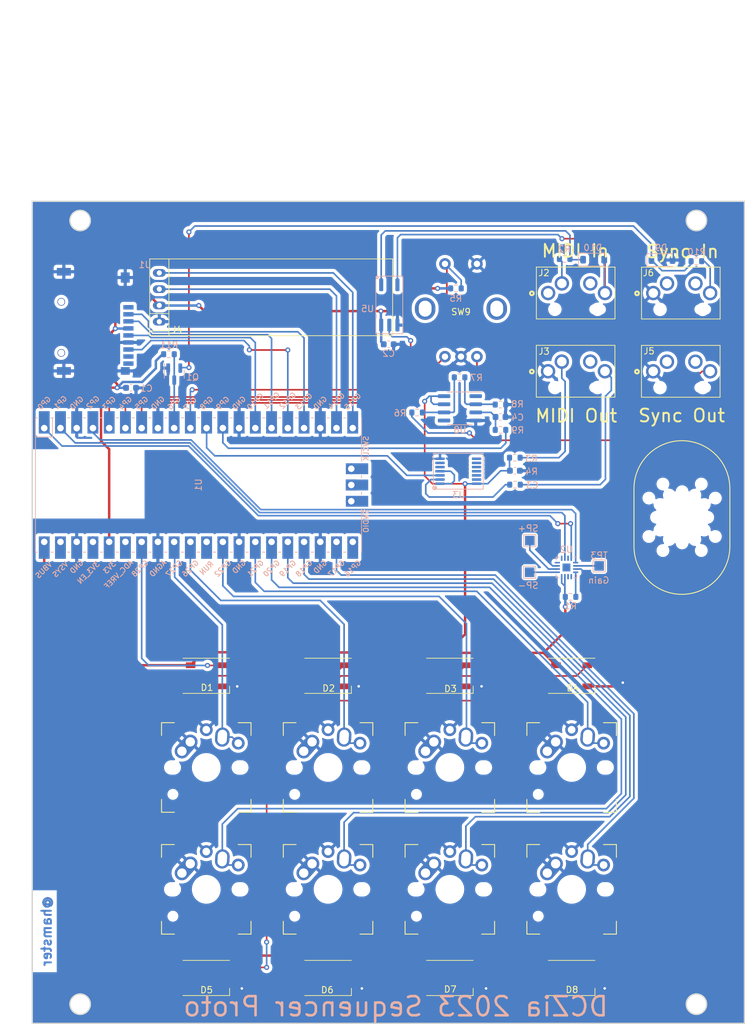
<source format=kicad_pcb>
(kicad_pcb (version 20221018) (generator pcbnew)
  (layers (0 "F.Cu" signal) (31 "B.Cu" signal) (34 "B.Paste" user) (35 "F.Paste" user) (36 "B.SilkS" user "B.Silkscreen") (37 "F.SilkS" user "F.Silkscreen") (38 "B.Mask" user) (39 "F.Mask" user) (44 "Edge.Cuts" user))
  (net 0 "")
  (net 1 "GND")
  (net 2 "+3V3")
  (net 3 "VBUS")
  (net 4 "Net-(D1-DOUT)")
  (net 5 "RGB_IN")
  (net 6 "Net-(D2-DOUT)")
  (net 7 "Net-(D3-DOUT)")
  (net 8 "Net-(D4-DOUT)")
  (net 9 "Net-(D5-DOUT)")
  (net 10 "Net-(D6-DOUT)")
  (net 11 "Net-(D7-DOUT)")
  (net 13 "Net-(D9-K)")
  (net 14 "Net-(D10-K)")
  (net 15 "Net-(D10-A)")
  (net 16 "SD_MOSI")
  (net 17 "SD_CS")
  (net 19 "SD_SCK")
  (net 20 "SD_MISO")
  (net 24 "Net-(J2-Pad3)")
  (net 26 "Net-(J3-Pad2)")
  (net 27 "Net-(J3-Pad3)")
  (net 29 "SCL")
  (net 30 "SDA")
  (net 31 "Net-(J5-Pad2)")
  (net 34 "SYNC_IN")
  (net 35 "Net-(U2-~{SD_MODE})")
  (net 36 "Net-(R4-Pad2)")
  (net 37 "ENC1_SW")
  (net 38 "Net-(R6-Pad2)")
  (net 39 "SYNC_OUT")
  (net 40 "SW1")
  (net 41 "SW2")
  (net 42 "SW3")
  (net 43 "SW4")
  (net 44 "SW5")
  (net 45 "SW6")
  (net 46 "SW7")
  (net 47 "SW8")
  (net 48 "ENC1_A")
  (net 49 "ENC1_B")
  (net 50 "Net-(U2-OUTP)")
  (net 51 "Net-(U2-OUTN)")
  (net 52 "Net-(U2-GAIN_SLOT)")
  (net 53 "I2S_BCLK")
  (net 54 "I2S_LRCLK")
  (net 55 "I2S_DIN")
  (net 56 "MIDI_OUT")
  (net 57 "MIDI_IN")
  (net 69 "Net-(U3-Pad1)")
  (net 70 "Net-(J6-Pad2)")
  (net 73 "Net-(U8-+)")
  (net 74 "Net-(U8--)")
  (footprint "lib_fp:MOLEX_47257-0001" (layer "F.Cu") (at 177.16 57.93)
    (fp_text reference "J3")
    (fp_text value "MIDI OUT")
    (fp_line (start 7.24 3.35) (end 8.24 3.35) (stroke (width 0.01)) (layer "Edge.Cuts"))
    (fp_line (start 8.24 1.75) (end 7.24 1.75) (stroke (width 0.01)) (layer "Edge.Cuts"))
    (fp_arc (start 7.24 3.35) (mid 6.44 2.55) (end 7.24 1.75) (stroke (width 0.01)) (layer "Edge.Cuts"))
    (fp_arc (start 8.24 1.75) (mid 9.04 2.55) (end 8.24 3.35) (stroke (width 0.01)) (layer "Edge.Cuts"))
  )
  (footprint "lib_fp:MX-Alps-Choc-1U" (layer "F.Cu") (at 180.848 138.915)
    (fp_text reference "SW8")
    (fp_text value "SW_Push")
  )
  (footprint "LED_SMD:LED_WS2812B_PLCC4_5.0x5.0mm_P3.2mm" (layer "F.Cu") (at 142.748 152.77)
    (fp_text reference "D6")
    (fp_text value "WS2812B")
  )
  (footprint "lib_fp:Speaker" (layer "F.Cu") (at 198.13 80.76 90)
    (fp_text reference "REF**" hide)
    (fp_text value "Speaker")
  )
  (footprint "lib_fp:MOLEX_47257-0001" (layer "F.Cu") (at 193.60821 57.94)
    (fp_text reference "J5")
    (fp_text value "SYNC OUT")
    (fp_line (start 7.24 3.35) (end 8.24 3.35) (stroke (width 0.01)) (layer "Edge.Cuts"))
    (fp_line (start 8.24 1.75) (end 7.24 1.75) (stroke (width 0.01)) (layer "Edge.Cuts"))
    (fp_arc (start 7.24 3.35) (mid 6.44 2.55) (end 7.24 1.75) (stroke (width 0.01)) (layer "Edge.Cuts"))
    (fp_arc (start 8.24 1.75) (mid 9.04 2.55) (end 8.24 3.35) (stroke (width 0.01)) (layer "Edge.Cuts"))
  )
  (footprint "lib_fp:MX-Alps-Choc-1U" (layer "F.Cu") (at 142.748 119.865)
    (fp_text reference "SW2")
    (fp_text value "SW_Push")
  )
  (footprint "lib_fp:MX-Alps-Choc-1U" (layer "F.Cu") (at 161.798 138.915)
    (fp_text reference "SW7")
    (fp_text value "SW_Push")
  )
  (footprint "LED_SMD:LED_WS2812B_PLCC4_5.0x5.0mm_P3.2mm" (layer "F.Cu") (at 123.698 105.538)
    (fp_text reference "D1")
    (fp_text value "WS2812B")
  )
  (footprint "LED_SMD:LED_WS2812B_PLCC4_5.0x5.0mm_P3.2mm" (layer "F.Cu") (at 161.798 152.77)
    (fp_text reference "D7")
    (fp_text value "WS2812B")
  )
  (footprint "lib_fp:MOLEX_47257-0001" (layer "F.Cu") (at 177.17 45.7)
    (fp_text reference "J2")
    (fp_text value "MIDI IN")
    (fp_line (start 7.24 3.35) (end 8.24 3.35) (stroke (width 0.01)) (layer "Edge.Cuts"))
    (fp_line (start 8.24 1.75) (end 7.24 1.75) (stroke (width 0.01)) (layer "Edge.Cuts"))
    (fp_arc (start 7.24 3.35) (mid 6.44 2.55) (end 7.24 1.75) (stroke (width 0.01)) (layer "Edge.Cuts"))
    (fp_arc (start 8.24 1.75) (mid 9.04 2.55) (end 8.24 3.35) (stroke (width 0.01)) (layer "Edge.Cuts"))
  )
  (footprint "LED_SMD:LED_WS2812B_PLCC4_5.0x5.0mm_P3.2mm" (layer "F.Cu") (at 180.848 152.77)
    (fp_text reference "D8")
    (fp_text value "WS2812B")
  )
  (footprint "lib_fp:MX-Alps-Choc-1U" (layer "F.Cu") (at 161.798 119.865)
    (fp_text reference "SW3")
    (fp_text value "SW_Push")
  )
  (footprint "lib_fp:MX-Alps-Choc-1U" (layer "F.Cu") (at 123.698 138.915)
    (fp_text reference "SW5")
    (fp_text value "SW_Push")
  )
  (footprint "lib_fp:MX-Alps-Choc-1U" (layer "F.Cu") (at 180.848 119.865)
    (fp_text reference "SW4")
    (fp_text value "SW_Push")
  )
  (footprint "lib_fp:MX-Alps-Choc-1U" (layer "F.Cu") (at 142.748 138.915)
    (fp_text reference "SW6")
    (fp_text value "SW_Push")
  )
  (footprint "lib_fp:OLED" (layer "F.Cu") (at 116.35 46.37)
    (fp_text reference "J4")
    (fp_text value "OLED")
  )
  (footprint "LED_SMD:LED_WS2812B_PLCC4_5.0x5.0mm_P3.2mm" (layer "F.Cu") (at 161.798 105.538)
    (fp_text reference "D3")
    (fp_text value "WS2812B")
  )
  (footprint "lib_fp:MOLEX_47257-0001" (layer "F.Cu") (at 193.61821 45.71)
    (fp_text reference "J6")
    (fp_text value "SYNC IN")
    (fp_line (start 7.24 3.35) (end 8.24 3.35) (stroke (width 0.01)) (layer "Edge.Cuts"))
    (fp_line (start 8.24 1.75) (end 7.24 1.75) (stroke (width 0.01)) (layer "Edge.Cuts"))
    (fp_arc (start 7.24 3.35) (mid 6.44 2.55) (end 7.24 1.75) (stroke (width 0.01)) (layer "Edge.Cuts"))
    (fp_arc (start 8.24 1.75) (mid 9.04 2.55) (end 8.24 3.35) (stroke (width 0.01)) (layer "Edge.Cuts"))
  )
  (footprint "LED_SMD:LED_WS2812B_PLCC4_5.0x5.0mm_P3.2mm" (layer "F.Cu") (at 123.698 152.77)
    (fp_text reference "D5")
    (fp_text value "WS2812B")
  )
  (footprint "lib_fp:MX-Alps-Choc-1U" (layer "F.Cu") (at 123.698 119.865)
    (fp_text reference "SW1")
    (fp_text value "SW_Push")
  )
  (footprint "lib_fp:RotaryEncoder" (layer "F.Cu") (at 163.536 48.148)
    (fp_text reference "SW9")
    (fp_text value "Rotary")
  )
  (footprint "LED_SMD:LED_WS2812B_PLCC4_5.0x5.0mm_P3.2mm" (layer "F.Cu") (at 180.848 105.538)
    (fp_text reference "D4")
    (fp_text value "WS2812B")
  )
  (footprint "LED_SMD:LED_WS2812B_PLCC4_5.0x5.0mm_P3.2mm" (layer "F.Cu") (at 142.748 105.538)
    (fp_text reference "D2")
    (fp_text value "WS2812B")
  )
  (footprint "Resistor_SMD:R_0603_1608Metric" (layer "B.Cu") (at 200.36 40.73 180)
    (fp_text reference "R10")
    (fp_text value "100k")
  )
  (footprint "lib_fp:RPi_Pico_SMD_TH" (layer "B.Cu") (at 122.48 75.71 -90)
    (fp_text reference "U1")
    (fp_text value "Pico")
  )
  (footprint "PCM_Package_SO_AKL:SO-5_4.4x3.6mm_P1.27mm" (layer "B.Cu") (at 152.33 47.57 -90)
    (fp_text reference "U5")
    (fp_text value "TLP2361" hide)
  )
  (footprint "Capacitor_SMD:C_0603_1608Metric" (layer "B.Cu") (at 152.23 53.72)
    (fp_text reference "C2")
    (fp_text value "0.1uF")
  )
  (footprint "Resistor_SMD:R_0603_1608Metric" (layer "B.Cu") (at 180.68 93.2)
    (fp_text reference "R1")
    (fp_text value "1M")
  )
  (footprint "Resistor_SMD:R_0603_1608Metric" (layer "B.Cu") (at 163.32 58.88)
    (fp_text reference "R7")
    (fp_text value "220k")
  )
  (footprint "Package_TO_SOT_SMD:SOT-23" (layer "B.Cu") (at 118.69 58.3775 -90)
    (fp_text reference "Q1")
    (fp_text value "3904")
  )
  (footprint "Resistor_SMD:R_0603_1608Metric" (layer "B.Cu") (at 156.68 64.38)
    (fp_text reference "R6")
    (fp_text value "1k")
  )
  (footprint "Package_SO:SOIC-8_3.9x4.9mm_P1.27mm" (layer "B.Cu") (at 163.37 63.73 180)
    (fp_text reference "U8")
    (fp_text value "OPA341UA")
  )
  (footprint "TestPoint:TestPoint_Pad_1.5x1.5mm" (layer "B.Cu") (at 174.31 84.4 180)
    (fp_text reference "TP2" hide)
    (fp_text value "SP-")
  )
  (footprint "Capacitor_SMD:C_0603_1608Metric" (layer "B.Cu") (at 171.97 73.48)
    (fp_text reference "C3")
    (fp_text value "0.1uF")
  )
  (footprint "Resistor_SMD:R_0603_1608Metric" (layer "B.Cu") (at 171.96 71.44 180)
    (fp_text reference "R3")
    (fp_text value "220R")
  )
  (footprint "Resistor_SMD:R_0603_1608Metric" (layer "B.Cu") (at 162.75 44.98)
    (fp_text reference "R5")
    (fp_text value "10k")
  )
  (footprint "Resistor_SMD:R_0603_1608Metric" (layer "B.Cu") (at 169.72 67.1)
    (fp_text reference "R9")
    (fp_text value "1k")
  )
  (footprint "TestPoint:TestPoint_Pad_1.5x1.5mm" (layer "B.Cu") (at 174.28 89.35 180)
    (fp_text reference "TP1" hide)
    (fp_text value "SP+")
  )
  (footprint "Resistor_SMD:R_0603_1608Metric" (layer "B.Cu") (at 169.72 63.14 180)
    (fp_text reference "R8")
    (fp_text value "100k")
  )
  (footprint "Resistor_SMD:R_0603_1608Metric" (layer "B.Cu") (at 179.76 40.38)
    (fp_text reference "R2")
    (fp_text value "220R")
  )
  (footprint "TestPoint:TestPoint_Pad_1.5x1.5mm" (layer "B.Cu") (at 185.15 88.36 180)
    (fp_text reference "TP3")
    (fp_text value "Gain")
  )
  (footprint "Diode_SMD:D_SOD-123" (layer "B.Cu") (at 194.98 40.55)
    (fp_text reference "D9")
    (fp_text value "D_Small_Filled")
  )
  (footprint "Resistor_SMD:R_0603_1608Metric" (layer "B.Cu") (at 171.99 75.66 180)
    (fp_text reference "R4")
    (fp_text value "220R")
  )
  (footprint "Package_DFN_QFN:TQFN-16-1EP_3x3mm_P0.5mm_EP1.23x1.23mm" (layer "B.Cu") (at 180.04 88.6 180)
    (fp_text reference "U2")
    (fp_text value "MAX98357A/B")
  )
  (footprint "Diode_SMD:D_SOD-123" (layer "B.Cu") (at 184.2925 40.49)
    (fp_text reference "D10")
    (fp_text value "D_Small_Filled")
  )
  (footprint "PCM_Package_SO_AKL:TSSOP-14_4.4x5mm_P0.65mm" (layer "B.Cu") (at 163.12 73.56)
    (fp_text reference "U3")
    (fp_text value "74HC04" hide)
  )
  (footprint "lib_fp:MicroSD-Socket-Seeed-320090008" (layer "B.Cu") (at 101.02 50.13 90)
    (fp_text reference "J1")
    (fp_text value "Micro_SD_Card_SPI" hide)
  )
  (footprint "Capacitor_SMD:C_0603_1608Metric" (layer "B.Cu") (at 111.93 60.52 180)
    (fp_text reference "C1")
    (fp_text value "0.1uF")
  )
  (footprint "Resistor_SMD:R_0603_1608Metric" (layer "B.Cu") (at 117.86 55.27 180)
    (fp_text reference "R11")
    (fp_text value "10k")
  )
  (footprint "Capacitor_SMD:C_0603_1608Metric" (layer "B.Cu") (at 169.72 65.08)
    (fp_text reference "C4")
    (fp_text value "0.1uF")
  )
  (gr_circle (center 200.3714 156.869) (end 201.9714 156.869) (stroke (width 0.2)) (fill none) (layer "Edge.Cuts"))
  (gr_circle (center 200.3714 34.369) (end 201.9714 34.369) (stroke (width 0.2)) (fill none) (layer "Edge.Cuts"))
  (gr_circle (center 103.9714 156.869) (end 105.5714 156.869) (stroke (width 0.2)) (fill none) (layer "Edge.Cuts"))
  (gr_circle (center 103.9714 34.369) (end 105.5714 34.369) (stroke (width 0.2)) (fill none) (layer "Edge.Cuts"))
  (gr_rect (start 96.4714 31.369) (end 207.8714 159.869) (stroke (width 0.2)) (fill none) (layer "Edge.Cuts"))
  (gr_text "@hamster" (at 99.59 139.78 90) (layer "B.Cu") (effects (font (size 1.5 1.5) (thickness 0.3) bold) (justify left bottom mirror)))
  (gr_text "DCZia 2023 Sequencer Proto" (at 186.81 158.99) (layer "B.SilkS") (effects (font (size 3 3) (thickness 0.4)) (justify left bottom mirror)))
  (gr_text "Gain" (at 186.82 91.19) (layer "B.SilkS") (effects (font (size 1 1)) (justify left bottom mirror)))
  (gr_text "SP-" (at 175.75 92) (layer "B.SilkS") (effects (font (size 1 1)) (justify left bottom mirror)))
  (gr_text "SP+" (at 175.75 83.07) (layer "B.SilkS") (effects (font (size 1 1)) (justify left bottom mirror)))
  (gr_text "Sync Out" (at 191.1 66.03) (layer "F.SilkS") (effects (font (size 2 2) (thickness 0.3)) (justify left bottom)))
  (gr_text "MIDI Out" (at 174.992 66.07) (layer "F.SilkS") (effects (font (size 2 2) (thickness 0.3)) (justify left bottom)))
  (gr_text "Sync In" (at 192.41 40.38) (layer "F.SilkS") (effects (font (size 2 2) (thickness 0.3)) (justify left bottom)))
  (gr_text "MIDI In" (at 175.992 40.29) (layer "F.SilkS") (effects (font (size 2 2) (thickness 0.3)) (justify left bottom)))
  (segment (start 183.298 107.188) (end 188.272 107.188) (width 0.381) (layer "F.Cu") (net 1))
  (segment (start 167.45 154.42) (end 167.46 154.41) (width 0.381) (layer "F.Cu") (net 1))
  (segment (start 164.248 107.188) (end 166.752 107.188) (width 0.381) (layer "F.Cu") (net 1))
  (segment (start 166.752 107.188) (end 166.76 107.18) (width 0.381) (layer "F.Cu") (net 1))
  (segment (start 145.198 107.188) (end 147.532 107.188) (width 0.381) (layer "F.Cu") (net 1))
  (segment (start 145.198 154.42) (end 148.03 154.42) (width 0.381) (layer "F.Cu") (net 1))
  (segment (start 188.272 107.188) (end 188.85 106.61) (width 0.381) (layer "F.Cu") (net 1))
  (segment (start 129.25 154.42) (end 129.26 154.41) (width 0.381) (layer "F.Cu") (net 1))
  (segment (start 126.148 154.42) (end 129.25 154.42) (width 0.381) (layer "F.Cu") (net 1))
  (segment (start 147.532 107.188) (end 147.54 107.18) (width 0.381) (layer "F.Cu") (net 1))
  (segment (start 128.538 107.188) (end 128.54 107.19) (width 0.381) (layer "F.Cu") (net 1))
  (segment (start 164.248 154.42) (end 167.45 154.42) (width 0.381) (layer "F.Cu") (net 1))
  (segment (start 126.148 107.188) (end 128.538 107.188) (width 0.381) (layer "F.Cu") (net 1))
  (segment (start 148.03 154.42) (end 148.04 154.41) (width 0.381) (layer "F.Cu") (net 1))
  (segment (start 183.298 154.42) (end 186 154.42) (width 0.381) (layer "F.Cu") (net 1))
  (segment (start 186 154.42) (end 186.02 154.4) (width 0.381) (layer "F.Cu") (net 1))
  (via (at 166.76 107.18) (size 0.8) (drill 0.4) (layers "F.Cu" "B.Cu") (net 1))
  (via (at 167.46 154.41) (size 0.8) (drill 0.4) (layers "F.Cu" "B.Cu") (net 1))
  (via (at 128.54 107.19) (size 0.8) (drill 0.4) (layers "F.Cu" "B.Cu") (net 1))
  (via (at 148.04 154.41) (size 0.8) (drill 0.4) (layers "F.Cu" "B.Cu") (net 1))
  (via (at 186.02 154.4) (size 0.8) (drill 0.4) (layers "F.Cu" "B.Cu") (net 1))
  (via (at 129.26 154.41) (size 0.8) (drill 0.4) (layers "F.Cu" "B.Cu") (net 1))
  (via (at 147.54 107.18) (size 0.8) (drill 0.4) (layers "F.Cu" "B.Cu") (net 1))
  (via (at 188.85 106.61) (size 0.8) (drill 0.4) (layers "F.Cu" "B.Cu") (net 1))
  (segment (start 178.6025 88.35) (end 177.87 88.35) (width 0.254) (layer "B.Cu") (net 1))
  (segment (start 160.2575 71.61) (end 158.57 71.61) (width 0.254) (layer "B.Cu") (net 1))
  (segment (start 182.31 88.85) (end 183.11 89.65) (width 0.254) (layer "B.Cu") (net 1))
  (segment (start 177.87 88.35) (end 177.08 87.56) (width 0.254) (layer "B.Cu") (net 1))
  (segment (start 181.4775 88.85) (end 182.31 88.85) (width 0.254) (layer "B.Cu") (net 1))
  (segment (start 109.76 59.93) (end 108.91 59.08) (width 0.381) (layer "F.Cu") (net 2))
  (segment (start 156.25 44.98) (end 159.88 44.98) (width 0.381) (layer "F.Cu") (net 2))
  (segment (start 108.61 60.5) (end 109.76 60.5) (width 0.381) (layer "F.Cu") (net 2))
  (segment (start 109.47 47.36) (end 109.47 51.26) (width 0.381) (layer "F.Cu") (net 2))
  (segment (start 109.76 60.5) (end 109.76 59.93) (width 0.381) (layer "F.Cu") (net 2))
  (segment (start 116.35 47.64) (end 115.33 46.62) (width 0.381) (layer "F.Cu") (net 2))
  (segment (start 108.51 84.6) (end 108.51 70.12) (width 0.381) (layer "F.Cu") (net 2))
  (segment (start 123.4 48.53) (end 122.53 47.66) (width 0.381) (layer "F.Cu") (net 2))
  (segment (start 115.33 46.62) (end 110.21 46.62) (width 0.381) (layer "F.Cu") (net 2))
  (segment (start 152.7 48.53) (end 155.76 45.47) (width 0.381) (layer "F.Cu") (net 2))
  (segment (start 151.01 48.53) (end 152.7 48.53) (width 0.381) (layer "F.Cu") (net 2))
  (segment (start 110.21 46.62) (end 109.47 47.36) (width 0.381) (layer "F.Cu") (net 2))
  (segment (start 107.24 68.85) (end 107.24 61.87) (width 0.381) (layer "F.Cu") (net 2))
  (segment (start 155.76 45.47) (end 156.25 44.98) (width 0.381) (layer "F.Cu") (net 2))
  (segment (start 107.24 61.87) (end 108.61 60.5) (width 0.381) (layer "F.Cu") (net 2))
  (segment (start 108.91 59.08) (end 108.91 51.82) (width 0.381) (layer "F.Cu") (net 2))
  (segment (start 151.01 48.53) (end 123.4 48.53) (width 0.381) (layer "F.Cu") (net 2))
  (segment (start 108.51 70.12) (end 107.24 68.85) (width 0.381) (layer "F.Cu") (net 2))
  (segment (start 108.91 51.82) (end 109.47 51.26) (width 0.381) (layer "F.Cu") (net 2))
  (via (at 109.76 60.5) (size 0.8) (drill 0.4) (layers "F.Cu" "B.Cu") (net 2))
  (via (at 122.53 47.66) (size 0.8) (drill 0.4) (layers "F.Cu" "B.Cu") (net 2))
  (via (at 159.88 44.98) (size 0.8) (drill 0.4) (layers "F.Cu" "B.Cu") (net 2))
  (via (at 109.47 51.26) (size 0.8) (drill 0.4) (layers "F.Cu" "B.Cu") (net 2))
  (via (at 151.01 48.53) (size 0.8) (drill 0.4) (layers "F.Cu" "B.Cu") (net 2))
  (segment (start 110.65 59.61) (end 113.68 59.61) (width 0.381) (layer "B.Cu") (net 2))
  (segment (start 115.81 57.48) (end 115.81 56.31) (width 0.381) (layer "B.Cu") (net 2))
  (segment (start 113.68 59.61) (end 115.81 57.48) (width 0.381) (layer "B.Cu") (net 2))
  (segment (start 109.76 60.5) (end 110.65 59.61) (width 0.381) (layer "B.Cu") (net 2))
  (segment (start 111.155 60.52) (end 109.78 60.52) (width 0.381) (layer "B.Cu") (net 2))
  (segment (start 122.53 47.66) (end 116.37 47.66) (width 0.381) (layer "B.Cu") (net 2))
  (segment (start 116.85 55.27) (end 115.81 56.31) (width 0.381) (layer "B.Cu") (net 2))
  (segment (start 159.88 44.98) (end 161.925 44.98) (width 0.381) (layer "B.Cu") (net 2))
  (segment (start 151.06 50.72) (end 151.06 53.325) (width 0.381) (layer "B.Cu") (net 2))
  (segment (start 111.49 51.26) (end 111.52 51.23) (width 0.381) (layer "B.Cu") (net 2))
  (segment (start 151.01 50.67) (end 151.06 50.72) (width 0.381) (layer "B.Cu") (net 2))
  (segment (start 109.78 60.52) (end 109.76 60.5) (width 0.381) (layer "B.Cu") (net 2))
  (segment (start 109.47 51.26) (end 111.49 51.26) (width 0.381) (layer "B.Cu") (net 2))
  (segment (start 117.035 55.27) (end 116.85 55.27) (width 0.381) (layer "B.Cu") (net 2))
  (segment (start 151.01 48.53) (end 151.01 50.67) (width 0.381) (layer "B.Cu") (net 2))
  (segment (start 116.37 47.66) (end 116.35 47.64) (width 0.381) (layer "B.Cu") (net 2))
  (segment (start 151.06 53.325) (end 151.455 53.72) (width 0.381) (layer "B.Cu") (net 2))
  (segment (start 114.15 151.12) (end 105.095 142.065) (width 0.381) (layer "F.Cu") (net 3))
  (segment (start 142.118 149.3) (end 157.528 149.3) (width 0.381) (layer "F.Cu") (net 3))
  (segment (start 164.18 99.056) (end 164.18 75.52) (width 0.381) (layer "F.Cu") (net 3))
  (segment (start 105.138 103.888) (end 121.248 103.888) (width 0.381) (layer "F.Cu") (net 3))
  (segment (start 157.528 149.3) (end 159.348 151.12) (width 0.381) (layer "F.Cu") (net 3))
  (segment (start 176.608 149.33) (end 178.398 151.12) (width 0.381) (layer "F.Cu") (net 3))
  (segment (start 98.35 97.1) (end 105.095 103.845) (width 0.381) (layer "F.Cu") (net 3))
  (segment (start 142.296 101.89) (end 157.35 101.89) (width 0.381) (layer "F.Cu") (net 3))
  (segment (start 176.46 101.95) (end 178.398 103.888) (width 0.381) (layer "F.Cu") (net 3))
  (segment (start 138.448 149.27) (end 140.298 151.12) (width 0.381) (layer "F.Cu") (net 3))
  (segment (start 157.86 74.29) (end 159.09 75.52) (width 0.254) (layer "F.Cu") (net 3))
  (segment (start 176.46 101.95) (end 179.86 98.55) (width 0.381) (layer "F.Cu") (net 3))
  (segment (start 105.095 142.065) (end 105.095 103.845) (width 0.381) (layer "F.Cu") (net 3))
  (segment (start 179.86 98.55) (end 179.86 94.75) (width 0.381) (layer "F.Cu") (net 3))
  (segment (start 161.138 149.33) (end 176.608 149.33) (width 0.381) (layer "F.Cu") (net 3))
  (segment (start 123.276 101.86) (end 138.27 101.86) (width 0.381) (layer "F.Cu") (net 3))
  (segment (start 140.298 103.888) (end 142.296 101.89) (width 0.381) (layer "F.Cu") (net 3))
  (segment (start 105.095 103.845) (end 105.138 103.888) (width 0.381) (layer "F.Cu") (net 3))
  (segment (start 121.248 151.12) (end 114.15 151.12) (width 0.381) (layer "F.Cu") (net 3))
  (segment (start 159.348 151.12) (end 161.138 149.33) (width 0.381) (layer "F.Cu") (net 3))
  (segment (start 121.248 103.888) (end 123.276 101.86) (width 0.381) (layer "F.Cu") (net 3))
  (segment (start 157.35 101.89) (end 159.348 103.888) (width 0.381) (layer "F.Cu") (net 3))
  (segment (start 161.286 101.95) (end 164.18 99.056) (width 0.381) (layer "F.Cu") (net 3))
  (segment (start 159.09 75.52) (end 164.18 75.52) (width 0.254) (layer "F.Cu") (net 3))
  (segment (start 161.286 101.95) (end 176.46 101.95) (width 0.381) (layer "F.Cu") (net 3))
  (segment (start 98.35 84.6) (end 98.35 97.1) (width 0.381) (layer "F.Cu") (net 3))
  (segment (start 138.27 101.86) (end 140.298 103.888) (width 0.381) (layer "F.Cu") (net 3))
  (segment (start 157.86 62.63) (end 157.86 74.29) (width 0.254) (layer "F.Cu") (net 3))
  (segment (start 140.298 151.12) (end 142.118 149.3) (width 0.381) (layer "F.Cu") (net 3))
  (segment (start 123.098 149.27) (end 138.448 149.27) (width 0.381) (layer "F.Cu") (net 3))
  (segment (start 159.348 103.888) (end 161.286 101.95) (width 0.381) (layer "F.Cu") (net 3))
  (segment (start 121.248 151.12) (end 123.098 149.27) (width 0.381) (layer "F.Cu") (net 3))
  (via (at 164.18 75.52) (size 0.8) (drill 0.4) (layers "F.Cu" "B.Cu") (net 3))
  (via (at 157.86 62.63) (size 0.8) (drill 0.4) (layers "F.Cu" "B.Cu") (net 3))
  (via (at 179.86 94.75) (size 0.8) (drill 0.4) (layers "F.Cu" "B.Cu") (net 3))
  (segment (start 167.73 75.51) (end 169.76 73.48) (width 0.254) (layer "B.Cu") (net 3))
  (segment (start 179.29 91.02) (end 179.79 91.52) (width 0.254) (layer "B.Cu") (net 3))
  (segment (start 159.255 63.095) (end 158.86 62.7) (width 0.254) (layer "B.Cu") (net 3))
  (segment (start 164.18 75.52) (end 165.9725 75.52) (width 0.254) (layer "B.Cu") (net 3))
  (segment (start 160.89 61.83) (end 158.86 61.83) (width 0.254) (layer "B.Cu") (net 3))
  (segment (start 179.86 94.75) (end 179.86 93.205) (width 0.381) (layer "B.Cu") (net 3))
  (segment (start 160.895 63.095) (end 159.255 63.095) (width 0.254) (layer "B.Cu") (net 3))
  (segment (start 165.9725 75.52) (end 165.9825 75.51) (width 0.254) (layer "B.Cu") (net 3))
  (segment (start 158.86 61.83) (end 158.58 61.83) (width 0.254) (layer "B.Cu") (net 3))
  (segment (start 160.895 61.825) (end 160.89 61.83) (width 0.254) (layer "B.Cu") (net 3))
  (segment (start 158.58 61.83) (end 157.86 62.55) (width 0.254) (layer "B.Cu") (net 3))
  (segment (start 179.86 93.205) (end 179.855 93.2) (width 0.381) (layer "B.Cu") (net 3))
  (segment (start 179.79 91.52) (end 179.79 93.135) (width 0.254) (layer "B.Cu") (net 3))
  (segment (start 179.79 90.0375) (end 179.79 91.52) (width 0.254) (layer "B.Cu") (net 3))
  (segment (start 179.79 93.135) (end 179.855 93.2) (width 0.254) (layer "B.Cu") (net 3))
  (segment (start 171.135 71.44) (end 171.135 73.42) (width 0.254) (layer "B.Cu") (net 3))
  (segment (start 179.29 90.0375) (end 179.29 91.02) (width 0.254) (layer "B.Cu") (net 3))
  (segment (start 171.135 73.42) (end 171.195 73.48) (width 0.254) (layer "B.Cu") (net 3))
  (segment (start 158.86 62.7) (end 158.86 61.83) (width 0.254) (layer "B.Cu") (net 3))
  (segment (start 157.86 62.55) (end 157.86 62.63) (width 0.254) (layer "B.Cu") (net 3))
  (segment (start 165.9825 75.51) (end 167.73 75.51) (width 0.254) (layer "B.Cu") (net 3))
  (segment (start 169.76 73.48) (end 171.195 73.48) (width 0.254) (layer "B.Cu") (net 3))
  (segment (start 143.556 105.53) (end 145.198 103.888) (width 0.254) (layer "F.Cu") (net 4))
  (segment (start 121.248 107.188) (end 122.906 105.53) (width 0.254) (layer "F.Cu") (net 4))
  (segment (start 122.906 105.53) (end 143.556 105.53) (width 0.254) (layer "F.Cu") (net 4))
  (segment (start 123.89 103.92) (end 126.116 103.92) (width 0.254) (layer "F.Cu") (net 5))
  (segment (start 126.116 103.92) (end 126.148 103.888) (width 0.254) (layer "F.Cu") (net 5))
  (via (at 123.89 103.92) (size 0.8) (drill 0.4) (layers "F.Cu" "B.Cu") (net 5))
  (segment (start 113.59 102.81) (end 114.7 103.92) (width 0.254) (layer "B.Cu") (net 5))
  (segment (start 114.7 103.92) (end 123.89 103.92) (width 0.254) (layer "B.Cu") (net 5))
  (segment (start 113.59 84.6) (end 113.59 102.81) (width 0.254) (layer "B.Cu") (net 5))
  (segment (start 162.586 105.55) (end 164.248 103.888) (width 0.254) (layer "F.Cu") (net 6))
  (segment (start 143.122 107.188) (end 144.76 105.55) (width 0.254) (layer "F.Cu") (net 6))
  (segment (start 140.298 107.188) (end 143.122 107.188) (width 0.254) (layer "F.Cu") (net 6))
  (segment (start 144.76 105.55) (end 162.586 105.55) (width 0.254) (layer "F.Cu") (net 6))
  (segment (start 163.74 105.56) (end 181.626 105.56) (width 0.254) (layer "F.Cu") (net 7))
  (segment (start 181.626 105.56) (end 183.298 103.888) (width 0.254) (layer "F.Cu") (net 7))
  (segment (start 159.348 107.188) (end 162.112 107.188) (width 0.254) (layer "F.Cu") (net 7))
  (segment (start 162.112 107.188) (end 163.74 105.56) (width 0.254) (layer "F.Cu") (net 7))
  (segment (start 126.148 151.12) (end 133.14 151.12) (width 0.254) (layer "F.Cu") (net 8))
  (segment (start 133.14 111.13) (end 134.85 109.42) (width 0.254) (layer "F.Cu") (net 8))
  (segment (start 134.85 109.42) (end 176.166 109.42) (width 0.254) (layer "F.Cu") (net 8))
  (segment (start 176.166 109.42) (end 178.398 107.188) (width 0.254) (layer "F.Cu") (net 8))
  (segment (start 133.14 147.16) (end 133.14 111.13) (width 0.254) (layer "F.Cu") (net 8))
  (via (at 133.14 151.12) (size 0.8) (drill 0.4) (layers "F.Cu" "B.Cu") (net 8))
  (via (at 133.14 147.16) (size 0.8) (drill 0.4) (layers "F.Cu" "B.Cu") (net 8))
  (segment (start 133.14 151.12) (end 133.14 147.16) (width 0.254) (layer "B.Cu") (net 8))
  (segment (start 122.928 152.74) (end 143.578 152.74) (width 0.254) (layer "F.Cu") (net 9))
  (segment (start 143.578 152.74) (end 145.198 151.12) (width 0.254) (layer "F.Cu") (net 9))
  (segment (start 121.248 154.42) (end 122.928 152.74) (width 0.254) (layer "F.Cu") (net 9))
  (segment (start 143.07 154.42) (end 144.73 152.76) (width 0.254) (layer "F.Cu") (net 10))
  (segment (start 140.298 154.42) (end 143.07 154.42) (width 0.254) (layer "F.Cu") (net 10))
  (segment (start 162.608 152.76) (end 164.248 151.12) (width 0.254) (layer "F.Cu") (net 10))
  (segment (start 144.73 152.76) (end 162.608 152.76) (width 0.254) (layer "F.Cu") (net 10))
  (segment (start 163.65 152.74) (end 181.678 152.74) (width 0.254) (layer "F.Cu") (net 11))
  (segment (start 161.97 154.42) (end 163.65 152.74) (width 0.254) (layer "F.Cu") (net 11))
  (segment (start 181.678 152.74) (end 183.298 151.12) (width 0.254) (layer "F.Cu") (net 11))
  (segment (start 159.348 154.42) (end 161.97 154.42) (width 0.254) (layer "F.Cu") (net 11))
  (segment (start 120.98 57.35) (end 120.99 57.36) (width 0.254) (layer "F.Cu") (net 13))
  (segment (start 120.98 36.16) (end 120.98 57.35) (width 0.254) (layer "F.Cu") (net 13))
  (via (at 120.98 36.16) (size 0.8) (drill 0.4) (layers "F.Cu" "B.Cu") (net 13))
  (via (at 120.99 57.36) (size 0.8) (drill 0.4) (layers "F.Cu" "B.Cu") (net 13))
  (segment (start 193.33 40.55) (end 194.99 42.21) (width 0.254) (layer "B.Cu") (net 13))
  (segment (start 155.98 35.23) (end 121.91 35.23) (width 0.254) (layer "B.Cu") (net 13))
  (segment (start 198.5 42.21) (end 199.535 41.175) (width 0.254) (layer "B.Cu") (net 13))
  (segment (start 193.33 40.55) (end 193.33 38.04) (width 0.254) (layer "B.Cu") (net 13))
  (segment (start 190.52 35.23) (end 155.98 35.23) (width 0.254) (layer "B.Cu") (net 13))
  (segment (start 199.535 41.175) (end 199.535 40.73) (width 0.254) (layer "B.Cu") (net 13))
  (segment (start 191.2 35.91) (end 190.52 35.23) (width 0.254) (layer "B.Cu") (net 13))
  (segment (start 119.72 57.36) (end 119.64 57.44) (width 0.254) (layer "B.Cu") (net 13))
  (segment (start 193.33 38.04) (end 191.2 35.91) (width 0.254) (layer "B.Cu") (net 13))
  (segment (start 194.99 42.21) (end 198.5 42.21) (width 0.254) (layer "B.Cu") (net 13))
  (segment (start 121.91 35.23) (end 120.98 36.16) (width 0.254) (layer "B.Cu") (net 13))
  (segment (start 120.99 57.36) (end 119.72 57.36) (width 0.254) (layer "B.Cu") (net 13))
  (segment (start 180.695 40.49) (end 180.585 40.38) (width 0.254) (layer "B.Cu") (net 14))
  (segment (start 151.7 35.99) (end 151.06 36.63) (width 0.254) (layer "B.Cu") (net 14))
  (segment (start 151.06 36.63) (end 151.06 44.42) (width 0.254) (layer "B.Cu") (net 14))
  (segment (start 182.6425 40.49) (end 180.695 40.49) (width 0.254) (layer "B.Cu") (net 14))
  (segment (start 180.585 40.38) (end 180.585 36.665) (width 0.254) (layer "B.Cu") (net 14))
  (segment (start 180.585 36.665) (end 179.91 35.99) (width 0.254) (layer "B.Cu") (net 14))
  (segment (start 179.91 35.99) (end 151.7 35.99) (width 0.254) (layer "B.Cu") (net 14))
  (segment (start 179.34 37.21) (end 185.12 37.21) (width 0.254) (layer "F.Cu") (net 15))
  (segment (start 185.12 37.21) (end 186.07 38.16) (width 0.254) (layer "F.Cu") (net 15))
  (segment (start 186.07 38.16) (end 186.07 45.7) (width 0.254) (layer "F.Cu") (net 15))
  (via (at 179.34 37.21) (size 0.8) (drill 0.4) (layers "F.Cu" "B.Cu") (net 15))
  (segment (start 185.9425 40.49) (end 185.9425 45.5725) (width 0.254) (layer "B.Cu") (net 15))
  (segment (start 153.6 44.42) (end 153.6 37.7) (width 0.254) (layer "B.Cu") (net 15))
  (segment (start 154.1 36.57) (end 178.7 36.57) (width 0.254) (layer "B.Cu") (net 15))
  (segment (start 178.7 36.57) (end 179.34 37.21) (width 0.254) (layer "B.Cu") (net 15))
  (segment (start 153.6 37.7) (end 153.6 37.07) (width 0.254) (layer "B.Cu") (net 15))
  (segment (start 153.6 37.07) (end 154.1 36.57) (width 0.254) (layer "B.Cu") (net 15))
  (segment (start 115.23 52.22) (end 133.31 52.22) (width 0.254) (layer "B.Cu") (net 16))
  (segment (start 133.31 52.22) (end 133.91 52.82) (width 0.254) (layer "B.Cu") (net 16))
  (segment (start 111.52 50.13) (end 113.14 50.13) (width 0.254) (layer "B.Cu") (net 16))
  (segment (start 113.14 50.13) (end 115.23 52.22) (width 0.254) (layer "B.Cu") (net 16))
  (segment (start 133.91 66.82) (end 133.91 52.82) (width 0.254) (layer "B.Cu") (net 16))
  (segment (start 138.02 51.76) (end 115.42 51.76) (width 0.254) (layer "B.Cu") (net 17))
  (segment (start 113.61 49.03) (end 111.52 49.03) (width 0.254) (layer "B.Cu") (net 17))
  (segment (start 114.64 50.98) (end 114.64 50.06) (width 0.254) (layer "B.Cu") (net 17))
  (segment (start 114.64 50.06) (end 113.61 49.03) (width 0.254) (layer "B.Cu") (net 17))
  (segment (start 115.42 51.76) (end 114.64 50.98) (width 0.254) (layer "B.Cu") (net 17))
  (segment (start 138.99 66.82) (end 138.99 52.73) (width 0.254) (layer "B.Cu") (net 17))
  (segment (start 138.99 52.73) (end 138.02 51.76) (width 0.254) (layer "B.Cu") (net 17))
  (segment (start 131.37 66.82) (end 131.37 53.46) (width 0.254) (layer "B.Cu") (net 19))
  (segment (start 115.041948 52.674) (end 130.584 52.674) (width 0.254) (layer "B.Cu") (net 19))
  (segment (start 130.584 52.674) (end 131.37 53.46) (width 0.254) (layer "B.Cu") (net 19))
  (segment (start 111.52 52.33) (end 114.697948 52.33) (width 0.254) (layer "B.Cu") (net 19))
  (segment (start 114.697948 52.33) (end 115.041948 52.674) (width 0.254) (layer "B.Cu") (net 19))
  (segment (start 130.46 54.61) (end 130.44 54.59) (width 0.254) (layer "F.Cu") (net 20))
  (segment (start 136.45 54.61) (end 130.46 54.61) (width 0.254) (layer "F.Cu") (net 20))
  (via (at 130.44 54.59) (size 0.8) (drill 0.4) (layers "F.Cu" "B.Cu") (net 20))
  (via (at 136.45 54.61) (size 0.8) (drill 0.4) (layers "F.Cu" "B.Cu") (net 20))
  (segment (start 111.54 54.55) (end 113.63 54.55) (width 0.254) (layer "B.Cu") (net 20))
  (segment (start 113.63 54.55) (end 115.052 53.128) (width 0.254) (layer "B.Cu") (net 20))
  (segment (start 136.45 66.82) (end 136.45 54.61) (width 0.254) (layer "B.Cu") (net 20))
  (segment (start 115.052 53.128) (end 129.588 53.128) (width 0.254) (layer "B.Cu") (net 20))
  (segment (start 130.44 53.98) (end 130.44 54.59) (width 0.254) (layer "B.Cu") (net 20))
  (segment (start 129.588 53.128) (end 130.44 53.98) (width 0.254) (layer "B.Cu") (net 20))
  (segment (start 111.52 54.53) (end 111.54 54.55) (width 0.254) (layer "B.Cu") (net 20))
  (segment (start 179.32 40.765) (end 178.935 40.38) (width 0.254) (layer "B.Cu") (net 24))
  (segment (start 179.32 44.2) (end 179.32 40.765) (width 0.254) (layer "B.Cu") (net 24))
  (segment (start 186.14 74.83) (end 186.14 61.81) (width 0.254) (layer "B.Cu") (net 26))
  (segment (start 172.815 75.66) (end 185.31 75.66) (width 0.254) (layer "B.Cu") (net 26))
  (segment (start 187.06 58.93) (end 186.06 57.93) (width 0.254) (layer "B.Cu") (net 26))
  (segment (start 186.14 61.81) (end 186.16 61.81) (width 0.254) (layer "B.Cu") (net 26))
  (segment (start 186.16 61.81) (end 187.06 60.91) (width 0.254) (layer "B.Cu") (net 26))
  (segment (start 187.06 60.91) (end 187.06 58.93) (width 0.254) (layer "B.Cu") (net 26))
  (segment (start 185.31 75.66) (end 186.14 74.83) (width 0.254) (layer "B.Cu") (net 26))
  (segment (start 179.31 59.01) (end 179.83 59.53) (width 0.254) (layer "B.Cu") (net 27))
  (segment (start 179.31 56.43) (end 179.31 59.01) (width 0.254) (layer "B.Cu") (net 27))
  (segment (start 179.83 59.53) (end 179.83 70.46) (width 0.254) (layer "B.Cu") (net 27))
  (segment (start 178.85 71.44) (end 172.785 71.44) (width 0.254) (layer "B.Cu") (net 27))
  (segment (start 179.83 70.46) (end 178.85 71.44) (width 0.254) (layer "B.Cu") (net 27))
  (segment (start 144.07 66.82) (end 144.07 46.16) (width 0.254) (layer "B.Cu") (net 29))
  (segment (start 144.07 46.16) (end 143.01 45.1) (width 0.254) (layer "B.Cu") (net 29))
  (segment (start 116.35 45.1) (end 143.01 45.1) (width 0.254) (layer "B.Cu") (net 29))
  (segment (start 143.57 42.56) (end 146.61 45.6) (width 0.254) (layer "B.Cu") (net 30))
  (segment (start 116.35 42.56) (end 143.57 42.56) (width 0.254) (layer "B.Cu") (net 30))
  (segment (start 146.61 45.6) (end 146.61 66.82) (width 0.254) (layer "B.Cu") (net 30))
  (segment (start 201.26 57.94) (end 202.50821 57.94) (width 0.254) (layer "F.Cu") (net 31))
  (segment (start 166 68.72) (end 190.48 68.72) (width 0.254) (layer "F.Cu") (net 31))
  (segment (start 166 68.72) (end 164.86 67.58) (width 0.254) (layer "F.Cu") (net 31))
  (segment (start 190.48 68.72) (end 201.26 57.94) (width 0.254) (layer "F.Cu") (net 31))
  (via (at 164.86 67.58) (size 0.8) (drill 0.4) (layers "F.Cu" "B.Cu") (net 31))
  (segment (start 158.38 67.58) (end 164.86 67.58) (width 0.254) (layer "B.Cu") (net 31))
  (segment (start 155.855 65.055) (end 158.38 67.58) (width 0.254) (layer "B.Cu") (net 31))
  (segment (start 155.855 64.38) (end 155.855 65.055) (width 0.254) (layer "B.Cu") (net 31))
  (segment (start 118.69 59.315) (end 118.69 55.275) (width 0.254) (layer "B.Cu") (net 34))
  (segment (start 118.69 55.275) (end 118.685 55.27) (width 0.254) (layer "B.Cu") (net 34))
  (segment (start 118.69 66.8) (end 118.67 66.82) (width 0.254) (layer "B.Cu") (net 34))
  (segment (start 118.69 59.315) (end 118.69 66.8) (width 0.254) (layer "B.Cu") (net 34))
  (segment (start 181.4775 89.35) (end 181.4775 93.1725) (width 0.254) (layer "B.Cu") (net 35))
  (segment (start 181.4775 93.1725) (end 181.505 93.2) (width 0.254) (layer "B.Cu") (net 35))
  (segment (start 171.165 75.66) (end 170.49 75.66) (width 0.254) (layer "B.Cu") (net 36))
  (segment (start 158.03 75.68) (end 158.85 74.86) (width 0.254) (layer "B.Cu") (net 36))
  (segment (start 170.49 75.66) (end 168.56 77.59) (width 0.254) (layer "B.Cu") (net 36))
  (segment (start 168.56 77.59) (end 158.56 77.59) (width 0.254) (layer "B.Cu") (net 36))
  (segment (start 158.03 77.06) (end 158.03 75.68) (width 0.254) (layer "B.Cu") (net 36))
  (segment (start 158.85 74.86) (end 160.2575 74.86) (width 0.254) (layer "B.Cu") (net 36))
  (segment (start 158.56 77.59) (end 158.03 77.06) (width 0.254) (layer "B.Cu") (net 36))
  (segment (start 109.59 61.96) (end 149.94 61.96) (width 0.254) (layer "F.Cu") (net 37))
  (segment (start 161.33 50.57) (end 161.33 41.442) (width 0.254) (layer "F.Cu") (net 37))
  (segment (start 108.51 66.82) (end 108.51 63.04) (width 0.254) (layer "F.Cu") (net 37))
  (segment (start 149.94 61.96) (end 161.33 50.57) (width 0.254) (layer "F.Cu") (net 37))
  (segment (start 161.33 41.442) (end 161.036 41.148) (width 0.254) (layer "F.Cu") (net 37))
  (segment (start 108.51 63.04) (end 109.59 61.96) (width 0.254) (layer "F.Cu") (net 37))
  (segment (start 161.036 41.148) (end 163.575 43.687) (width 0.254) (layer "B.Cu") (net 37))
  (segment (start 163.575 43.687) (end 163.575 44.98) (width 0.254) (layer "B.Cu") (net 37))
  (segment (start 157.52 64.365) (end 157.505 64.38) (width 0.254) (layer "B.Cu") (net 38))
  (segment (start 162.365 64.365) (end 162.495 64.235) (width 0.254) (layer "B.Cu") (net 38))
  (segment (start 160.895 64.365) (end 162.365 64.365) (width 0.254) (layer "B.Cu") (net 38))
  (segment (start 162.495 58.88) (end 162.495 64.235) (width 0.254) (layer "B.Cu") (net 38))
  (segment (start 160.895 64.365) (end 157.52 64.365) (width 0.254) (layer "B.Cu") (net 38))
  (segment (start 126.29 66.82) (end 126.29 69.11) (width 0.254) (layer "B.Cu") (net 39))
  (segment (start 126.29 69.11) (end 127.15 69.97) (width 0.254) (layer "B.Cu") (net 39))
  (segment (start 170.545 69.175) (end 170.545 67.1) (width 0.254) (layer "B.Cu") (net 39))
  (segment (start 169.75 69.97) (end 170.545 69.175) (width 0.254) (layer "B.Cu") (net 39))
  (segment (start 127.15 69.97) (end 169.75 69.97) (width 0.254) (layer "B.Cu") (net 39))
  (segment (start 128.698 116.065) (end 127.748 115.115) (width 0.254) (layer "B.Cu") (net 40))
  (segment (start 127.748 115.115) (end 126.208 115.115) (width 0.254) (layer "B.Cu") (net 40))
  (segment (start 126.208 115.115) (end 126.208 97.568) (width 0.254) (layer "B.Cu") (net 40))
  (segment (start 118.75 84.68) (end 118.67 84.6) (width 0.254) (layer "B.Cu") (net 40))
  (segment (start 118.75 90.11) (end 118.75 84.68) (width 0.254) (layer "B.Cu") (net 40))
  (segment (start 126.208 97.568) (end 118.75 90.11) (width 0.254) (layer "B.Cu") (net 40))
  (segment (start 125.98 93.76) (end 121.21 88.99) (width 0.254) (layer "B.Cu") (net 41))
  (segment (start 141.526 93.76) (end 125.98 93.76) (width 0.254) (layer "B.Cu") (net 41))
  (segment (start 145.258 115.115) (end 145.258 97.492) (width 0.254) (layer "B.Cu") (net 41))
  (segment (start 146.208 116.065) (end 145.258 115.115) (width 0.254) (layer "B.Cu") (net 41))
  (segment (start 121.21 88.99) (end 121.21 84.6) (width 0.254) (layer "B.Cu") (net 41))
  (segment (start 147.748 116.065) (end 146.208 116.065) (width 0.254) (layer "B.Cu") (net 41))
  (segment (start 145.258 97.492) (end 141.526 93.76) (width 0.254) (layer "B.Cu") (net 41))
  (segment (start 127.96 93.13) (end 160.12 93.13) (width 0.254) (layer "B.Cu") (net 42))
  (segment (start 165.258 116.065) (end 164.308 115.115) (width 0.254) (layer "B.Cu") (net 42))
  (segment (start 126.29 84.6) (end 126.29 91.46) (width 0.254) (layer "B.Cu") (net 42))
  (segment (start 166.798 116.065) (end 165.258 116.065) (width 0.254) (layer "B.Cu") (net 42))
  (segment (start 164.4 115.023) (end 164.308 115.115) (width 0.254) (layer "B.Cu") (net 42))
  (segment (start 126.29 91.46) (end 127.96 93.13) (width 0.254) (layer "B.Cu") (net 42))
  (segment (start 160.12 93.13) (end 164.4 97.41) (width 0.254) (layer "B.Cu") (net 42))
  (segment (start 164.4 97.41) (end 164.4 115.023) (width 0.254) (layer "B.Cu") (net 42))
  (segment (start 183.358 109.678) (end 183.358 115.115) (width 0.254) (layer "B.Cu") (net 43))
  (segment (start 131.37 90.94) (end 132.76 92.33) (width 0.254) (layer "B.Cu") (net 43))
  (segment (start 185.848 116.065) (end 184.308 116.065) (width 0.254) (layer "B.Cu") (net 43))
  (segment (start 131.37 84.6) (end 131.37 90.94) (width 0.254) (layer "B.Cu") (net 43))
  (segment (start 166.01 92.33) (end 183.358 109.678) (width 0.254) (layer "B.Cu") (net 43))
  (segment (start 132.76 92.33) (end 166.01 92.33) (width 0.254) (layer "B.Cu") (net 43))
  (segment (start 184.308 116.065) (end 183.358 115.115) (width 0.254) (layer "B.Cu") (net 43))
  (segment (start 133.91 90.54) (end 135.08 91.71) (width 0.254) (layer "B.Cu") (net 44))
  (segment (start 188.63 112.31) (end 188.63 123.95) (width 0.254) (layer "B.Cu") (net 44))
  (segment (start 168.03 91.71) (end 188.63 112.31) (width 0.254) (layer "B.Cu") (net 44))
  (segment (start 133.91 84.6) (end 133.91 90.54) (width 0.254) (layer "B.Cu") (net 44))
  (segment (start 126.208 128.712) (end 126.208 134.165) (width 0.254) (layer "B.Cu") (net 44))
  (segment (start 128.62 126.3) (end 126.208 128.712) (width 0.254) (layer "B.Cu") (net 44))
  (segment (start 188.63 123.95) (end 186.28 126.3) (width 0.254) (layer "B.Cu") (net 44))
  (segment (start 127.158 135.115) (end 126.208 134.165) (width 0.254) (layer "B.Cu") (net 44))
  (segment (start 135.08 91.71) (end 168.03 91.71) (width 0.254) (layer "B.Cu") (net 44))
  (segment (start 186.28 126.3) (end 128.62 126.3) (width 0.254) (layer "B.Cu") (net 44))
  (segment (start 128.698 135.115) (end 127.158 135.115) (width 0.254) (layer "B.Cu") (net 44))
  (segment (start 186.54 126.93) (end 146.75 126.93) (width 0.254) (layer "B.Cu") (net 45))
  (segment (start 189.32 124.15) (end 186.54 126.93) (width 0.254) (layer "B.Cu") (net 45))
  (segment (start 145.258 128.422) (end 145.258 134.165) (width 0.254) (layer "B.Cu") (net 45))
  (segment (start 189.32 111.99) (end 189.32 124.15) (width 0.254) (layer "B.Cu") (net 45))
  (segment (start 136.45 90.21) (end 137.3 91.06) (width 0.254) (layer "B.Cu") (net 45))
  (segment (start 146.75 126.93) (end 145.258 128.422) (width 0.254) (layer "B.Cu") (net 45))
  (segment (start 136.45 84.6) (end 136.45 90.21) (width 0.254) (layer "B.Cu") (net 45))
  (segment (start 146.208 135.115) (end 145.258 134.165) (width 0.254) (layer "B.Cu") (net 45))
  (segment (start 147.748 135.115) (end 146.208 135.115) (width 0.254) (layer "B.Cu") (net 45))
  (segment (start 137.3 91.06) (end 168.39 91.06) (width 0.254) (layer "B.Cu") (net 45))
  (segment (start 168.39 91.06) (end 189.32 111.99) (width 0.254) (layer "B.Cu") (net 45))
  (segment (start 189.96 124.41) (end 186.81 127.56) (width 0.254) (layer "B.Cu") (net 46))
  (segment (start 168.64 90.42) (end 189.96 111.74) (width 0.254) (layer "B.Cu") (net 46))
  (segment (start 165.258 135.115) (end 164.308 134.165) (width 0.254) (layer "B.Cu") (net 46))
  (segment (start 138.99 89.67) (end 139.74 90.42) (width 0.254) (layer "B.Cu") (net 46))
  (segment (start 189.96 111.74) (end 189.96 124.41) (width 0.254) (layer "B.Cu") (net 46))
  (segment (start 139.74 90.42) (end 168.64 90.42) (width 0.254) (layer "B.Cu") (net 46))
  (segment (start 186.81 127.56) (end 165.79 127.56) (width 0.254) (layer "B.Cu") (net 46))
  (segment (start 165.79 127.56) (end 164.308 129.042) (width 0.254) (layer "B.Cu") (net 46))
  (segment (start 166.798 135.115) (end 165.258 135.115) (width 0.254) (layer "B.Cu") (net 46))
  (segment (start 164.308 129.042) (end 164.308 134.165) (width 0.254) (layer "B.Cu") (net 46))
  (segment (start 138.99 84.6) (end 138.99 89.67) (width 0.254) (layer "B.Cu") (net 46))
  (segment (start 185.848 135.115) (end 184.308 135.115) (width 0.254) (layer "B.Cu") (net 47))
  (segment (start 144.07 89.06) (end 144.8 89.79) (width 0.254) (layer "B.Cu") (net 47))
  (segment (start 144.8 89.79) (end 168.9 89.79) (width 0.254) (layer "B.Cu") (net 47))
  (segment (start 144.07 84.6) (end 144.07 89.06) (width 0.254) (layer "B.Cu") (net 47))
  (segment (start 190.58 111.47) (end 190.58 124.68) (width 0.254) (layer "B.Cu") (net 47))
  (segment (start 190.58 124.68) (end 183.358 131.902) (width 0.254) (layer "B.Cu") (net 47))
  (segment (start 168.9 89.79) (end 190.58 111.47) (width 0.254) (layer "B.Cu") (net 47))
  (segment (start 183.358 131.902) (end 183.358 134.165) (width 0.254) (layer "B.Cu") (net 47))
  (segment (start 184.308 135.115) (end 183.358 134.165) (width 0.254) (layer "B.Cu") (net 47))
  (segment (start 111.91 62.414) (end 154.27 62.414) (width 0.254) (layer "F.Cu") (net 48))
  (segment (start 111.05 63.274) (end 111.91 62.414) (width 0.254) (layer "F.Cu") (net 48))
  (segment (start 111.05 66.82) (end 111.05 63.274) (width 0.254) (layer "F.Cu") (net 48))
  (segment (start 154.27 62.414) (end 161.036 55.648) (width 0.254) (layer "F.Cu") (net 48))
  (segment (start 159.766052 57.56) (end 154.458052 62.868) (width 0.254) (layer "F.Cu") (net 49))
  (segment (start 166.036 57.114) (end 165.59 57.56) (width 0.254) (layer "F.Cu") (net 49))
  (segment (start 114.362 62.868) (end 113.59 63.64) (width 0.254) (layer "F.Cu") (net 49))
  (segment (start 154.458052 62.868) (end 114.362 62.868) (width 0.254) (layer "F.Cu") (net 49))
  (segment (start 165.59 57.56) (end 159.766052 57.56) (width 0.254) (layer "F.Cu") (net 49))
  (segment (start 166.036 55.648) (end 166.036 57.114) (width 0.254) (layer "F.Cu") (net 49))
  (segment (start 113.59 63.64) (end 113.59 66.82) (width 0.254) (layer "F.Cu") (net 49))
  (segment (start 178.6025 89.35) (end 174.28 89.35) (width 0.254) (layer "B.Cu") (net 50))
  (segment (start 177.25 88.85) (end 178.6025 88.85) (width 0.254) (layer "B.Cu") (net 51))
  (segment (start 174.31 84.4) (end 174.31 85.91) (width 0.254) (layer "B.Cu") (net 51))
  (segment (start 174.31 85.91) (end 177.25 88.85) (width 0.254) (layer "B.Cu") (net 51))
  (segment (start 181.4775 88.35) (end 185.14 88.35) (width 0.254) (layer "B.Cu") (net 52))
  (segment (start 185.14 88.35) (end 185.15 88.36) (width 0.254) (layer "B.Cu") (net 52))
  (segment (start 178.69 81.75) (end 180.68 81.75) (width 0.254) (layer "F.Cu") (net 53))
  (via (at 178.69 81.75) (size 0.8) (drill 0.4) (layers "F.Cu" "B.Cu") (net 53))
  (via (at 180.68 81.75) (size 0.8) (drill 0.4) (layers "F.Cu" "B.Cu") (net 53))
  (segment (start 120.96 69.62) (end 131.84 80.5) (width 0.254) (layer "B.Cu") (net 53))
  (segment (start 180.79 87.1625) (end 180.79 81.86) (width 0.254) (layer "B.Cu") (net 53))
  (segment (start 98.35 66.82) (end 101.15 69.62) (width 0.254) (layer "B.Cu") (net 53))
  (segment (start 131.84 80.5) (end 177.44 80.5) (width 0.254) (layer "B.Cu") (net 53))
  (segment (start 177.44 80.5) (end 178.69 81.75) (width 0.254) (layer "B.Cu") (net 53))
  (segment (start 180.79 81.86) (end 180.68 81.75) (width 0.254) (layer "B.Cu") (net 53))
  (segment (start 101.15 69.62) (end 120.96 69.62) (width 0.254) (layer "B.Cu") (net 53))
  (segment (start 121.147948 69.13) (end 132.037948 80.02) (width 0.254) (layer "B.Cu") (net 54))
  (segment (start 100.89 66.82) (end 103.2 69.13) (width 0.254) (layer "B.Cu") (net 54))
  (segment (start 179.31 80.02) (end 179.79 80.5) (width 0.254) (layer "B.Cu") (net 54))
  (segment (start 179.79 80.5) (end 179.79 87.1625) (width 0.254) (layer "B.Cu") (net 54))
  (segment (start 103.2 69.13) (end 121.147948 69.13) (width 0.254) (layer "B.Cu") (net 54))
  (segment (start 132.037948 80.02) (end 179.31 80.02) (width 0.254) (layer "B.Cu") (net 54))
  (segment (start 132.22 79.56) (end 180.86 79.56) (width 0.254) (layer "B.Cu") (net 55))
  (segment (start 121.33 68.67) (end 132.22 79.56) (width 0.254) (layer "B.Cu") (net 55))
  (segment (start 180.86 79.56) (end 181.4775 80.1775) (width 0.254) (layer "B.Cu") (net 55))
  (segment (start 181.4775 80.1775) (end 181.4775 87.85) (width 0.254) (layer "B.Cu") (net 55))
  (segment (start 107.11 68.67) (end 121.33 68.67) (width 0.254) (layer "B.Cu") (net 55))
  (segment (start 105.97 67.53) (end 107.11 68.67) (width 0.254) (layer "B.Cu") (net 55))
  (segment (start 105.97 66.82) (end 105.97 67.53) (width 0.254) (layer "B.Cu") (net 55))
  (segment (start 160.2575 74.21) (end 155.08 74.21) (width 0.254) (layer "B.Cu") (net 56))
  (segment (start 125.02 71.15) (end 123.75 69.88) (width 0.254) (layer "B.Cu") (net 56))
  (segment (start 123.75 69.88) (end 123.75 66.82) (width 0.254) (layer "B.Cu") (net 56))
  (segment (start 152.02 71.15) (end 125.02 71.15) (width 0.254) (layer "B.Cu") (net 56))
  (segment (start 155.08 74.21) (end 152.02 71.15) (width 0.254) (layer "B.Cu") (net 56))
  (segment (start 148.93 60.82) (end 155.67 54.08) (width 0.254) (layer "F.Cu") (net 57))
  (segment (start 121.5 60.82) (end 148.93 60.82) (width 0.254) (layer "F.Cu") (net 57))
  (segment (start 155.67 54.08) (end 155.67 53.14) (width 0.254) (layer "F.Cu") (net 57))
  (via (at 121.5 60.82) (size 0.8) (drill 0.4) (layers "F.Cu" "B.Cu") (net 57))
  (via (at 155.67 53.14) (size 0.8) (drill 0.4) (layers "F.Cu" "B.Cu") (net 57))
  (segment (start 152.33 52.08) (end 152.33 50.72) (width 0.254) (layer "B.Cu") (net 57))
  (segment (start 155.07 52.54) (end 152.79 52.54) (width 0.254) (layer "B.Cu") (net 57))
  (segment (start 152.79 52.54) (end 152.33 52.08) (width 0.254) (layer "B.Cu") (net 57))
  (segment (start 121.21 61.11) (end 121.5 60.82) (width 0.254) (layer "B.Cu") (net 57))
  (segment (start 155.67 53.14) (end 155.07 52.54) (width 0.254) (layer "B.Cu") (net 57))
  (segment (start 121.21 66.82) (end 121.21 61.11) (width 0.254) (layer "B.Cu") (net 57))
  (segment (start 160.2575 73.56) (end 161.93 73.56) (width 0.254) (layer "B.Cu") (net 69))
  (segment (start 162.06 75.51) (end 160.2575 75.51) (width 0.254) (layer "B.Cu") (net 69))
  (segment (start 162.5 74.13) (end 162.5 75.07) (width 0.254) (layer "B.Cu") (net 69))
  (segment (start 161.93 73.56) (end 162.5 74.13) (width 0.254) (layer "B.Cu") (net 69))
  (segment (start 162.5 75.07) (end 162.06 75.51) (width 0.254) (layer "B.Cu") (net 69))
  (segment (start 201.6 40.73) (end 202.51821 41.64821) (width 0.254) (layer "B.Cu") (net 70))
  (segment (start 201.185 40.73) (end 201.6 40.73) (width 0.254) (layer "B.Cu") (net 70))
  (segment (start 202.51821 41.64821) (end 202.51821 45.71) (width 0.254) (layer "B.Cu") (net 70))
  (segment (start 168.945 67.05) (end 168.895 67.1) (width 0.254) (layer "B.Cu") (net 73))
  (segment (start 168.945 65.08) (end 168.945 67.05) (width 0.254) (layer "B.Cu") (net 73))
  (segment (start 165.845 64.365) (end 168.23 64.365) (width 0.254) (layer "B.Cu") (net 73))
  (segment (start 168.23 64.365) (end 168.945 65.08) (width 0.254) (layer "B.Cu") (net 73))
  (segment (start 165.845 63.095) (end 168.85 63.095) (width 0.254) (layer "B.Cu") (net 74))
  (segment (start 164.145 58.88) (end 164.145 62.825) (width 0.254) (layer "B.Cu") (net 74))
  (segment (start 168.85 63.095) (end 168.895 63.14) (width 0.254) (layer "B.Cu") (net 74))
  (segment (start 164.415 63.095) (end 165.845 63.095) (width 0.254) (layer "B.Cu") (net 74))
  (segment (start 164.145 62.825) (end 164.415 63.095) (width 0.254) (layer "B.Cu") (net 74))
  (zone (net 1) (net_name "GND") (layer "B.Cu") (connect_pads (clearance 0.5)) (min_thickness 0.25) (fill yes (thermal_gap 0.5) (thermal_bridge_width 0.5))
    (polygon (pts (xy 96.49 31.37) (xy 207.86 31.37) (xy 207.87 159.85) (xy 96.48 159.87)))
  )
  (zone (net 0) (net_name "") (layers "B.Cu" "Dwgs.User") (connect_pads (clearance 0)) (min_thickness 0.25)
    (keepout (tracks not_allowed) (vias allowed) (pads allowed) (copperpour not_allowed) (footprints allowed))
    (fill (thermal_gap 0.5) (thermal_bridge_width 0.5))
    (polygon (pts (xy 96.44 70.12) (xy 114.04 70.12) (xy 114.05 80.96) (xy 96.45 80.96)))
  )
)
</source>
